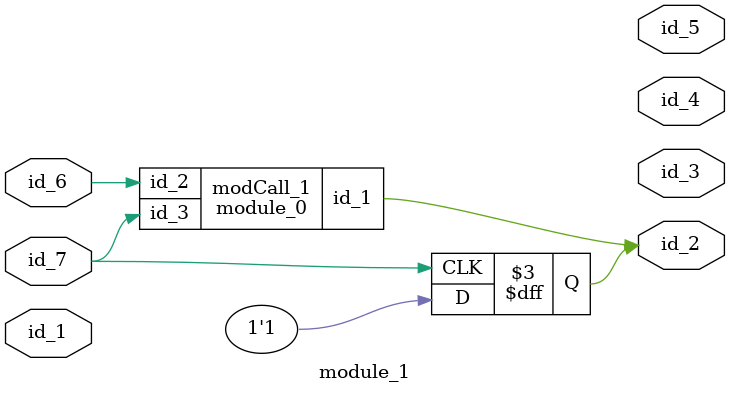
<source format=v>
module module_0 (
    id_1,
    id_2,
    id_3
);
  input wire id_3;
  input wire id_2;
  output reg id_1;
  always @(*) begin : LABEL_0
    if (1) id_1 <= id_3;
  end
  wire id_4;
endmodule
module module_1 (
    id_1,
    id_2,
    id_3,
    id_4,
    id_5,
    id_6,
    id_7
);
  input wire id_7;
  input wire id_6;
  output wire id_5;
  output wire id_4;
  output wire id_3;
  output reg id_2;
  module_0 modCall_1 (
      id_2,
      id_6,
      id_7
  );
  input wire id_1;
  always @(posedge id_7) begin : LABEL_0
    id_2 <= 1;
  end
endmodule

</source>
